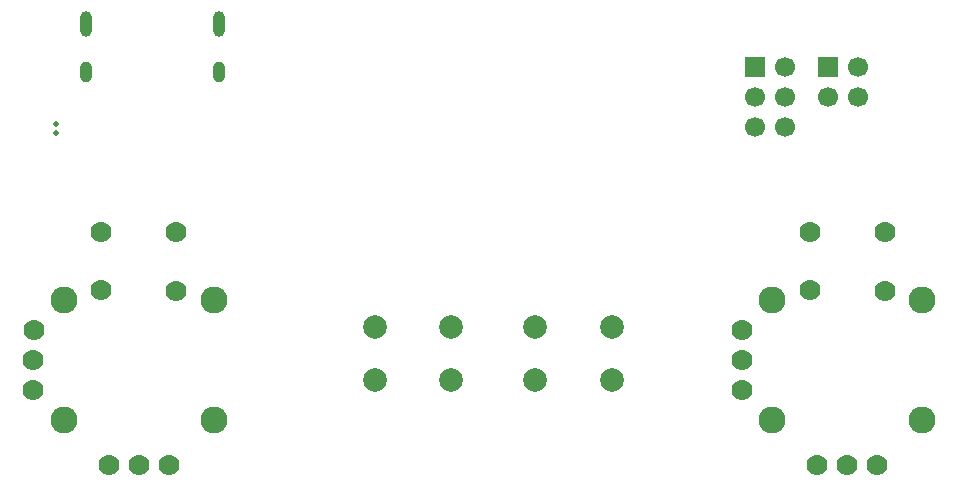
<source format=gbr>
%TF.GenerationSoftware,KiCad,Pcbnew,9.0.1-9.0.1-0~ubuntu24.04.1*%
%TF.CreationDate,2025-05-01T11:00:15-04:00*%
%TF.ProjectId,drone_sim_controler,64726f6e-655f-4736-996d-5f636f6e7472,rev?*%
%TF.SameCoordinates,Original*%
%TF.FileFunction,Soldermask,Bot*%
%TF.FilePolarity,Negative*%
%FSLAX46Y46*%
G04 Gerber Fmt 4.6, Leading zero omitted, Abs format (unit mm)*
G04 Created by KiCad (PCBNEW 9.0.1-9.0.1-0~ubuntu24.04.1) date 2025-05-01 11:00:15*
%MOMM*%
%LPD*%
G01*
G04 APERTURE LIST*
G04 Aperture macros list*
%AMRoundRect*
0 Rectangle with rounded corners*
0 $1 Rounding radius*
0 $2 $3 $4 $5 $6 $7 $8 $9 X,Y pos of 4 corners*
0 Add a 4 corners polygon primitive as box body*
4,1,4,$2,$3,$4,$5,$6,$7,$8,$9,$2,$3,0*
0 Add four circle primitives for the rounded corners*
1,1,$1+$1,$2,$3*
1,1,$1+$1,$4,$5*
1,1,$1+$1,$6,$7*
1,1,$1+$1,$8,$9*
0 Add four rect primitives between the rounded corners*
20,1,$1+$1,$2,$3,$4,$5,0*
20,1,$1+$1,$4,$5,$6,$7,0*
20,1,$1+$1,$6,$7,$8,$9,0*
20,1,$1+$1,$8,$9,$2,$3,0*%
G04 Aperture macros list end*
%ADD10RoundRect,0.500000X-0.000010X0.400000X-0.000010X-0.400000X0.000010X-0.400000X0.000010X0.400000X0*%
%ADD11RoundRect,0.500000X-0.000010X0.600000X-0.000010X-0.600000X0.000010X-0.600000X0.000010X0.600000X0*%
%ADD12C,2.000000*%
%ADD13C,1.778000*%
%ADD14C,2.286000*%
%ADD15C,0.499999*%
%ADD16R,1.700000X1.700000*%
%ADD17C,1.700000*%
G04 APERTURE END LIST*
D10*
%TO.C,J1*%
X73500000Y-124000000D03*
D11*
X73500000Y-120000000D03*
D10*
X62260000Y-124000000D03*
D11*
X62260000Y-120000000D03*
%TD*%
D12*
%TO.C,SW2*%
X100250000Y-145578497D03*
X106750000Y-145578497D03*
X100250000Y-150078497D03*
X106750000Y-150078497D03*
%TD*%
D13*
%TO.C,JS2*%
X123525000Y-137585200D03*
X129875000Y-137605000D03*
X123525000Y-142525200D03*
X129885000Y-142545200D03*
X124175000Y-157275200D03*
X126715000Y-157295200D03*
X129255000Y-157275200D03*
D14*
X120350000Y-143335200D03*
X120350000Y-153465200D03*
X133050000Y-143320000D03*
X133050000Y-153480000D03*
D13*
X117810000Y-145860000D03*
X117795000Y-148385200D03*
X117795000Y-150925200D03*
%TD*%
D15*
%TO.C,U3*%
X59700000Y-128406300D03*
X59700000Y-129193700D03*
%TD*%
D16*
%TO.C,J3*%
X125085000Y-123605000D03*
D17*
X127625000Y-123605000D03*
X125085000Y-126145000D03*
X127625000Y-126145000D03*
%TD*%
D12*
%TO.C,SW1*%
X86700000Y-145578497D03*
X93200000Y-145578497D03*
X86700000Y-150078497D03*
X93200000Y-150078497D03*
%TD*%
D13*
%TO.C,JS1*%
X63525000Y-137585200D03*
X69875000Y-137605000D03*
X63525000Y-142525200D03*
X69885000Y-142545200D03*
X64175000Y-157275200D03*
X66715000Y-157295200D03*
X69255000Y-157275200D03*
D14*
X60350000Y-143335200D03*
X60350000Y-153465200D03*
X73050000Y-143320000D03*
X73050000Y-153480000D03*
D13*
X57810000Y-145860000D03*
X57795000Y-148385200D03*
X57795000Y-150925200D03*
%TD*%
D16*
%TO.C,J2*%
X118860000Y-123600000D03*
D17*
X121400000Y-123600000D03*
X118860000Y-126140000D03*
X121400000Y-126140000D03*
X118860000Y-128680000D03*
X121400000Y-128680000D03*
%TD*%
M02*

</source>
